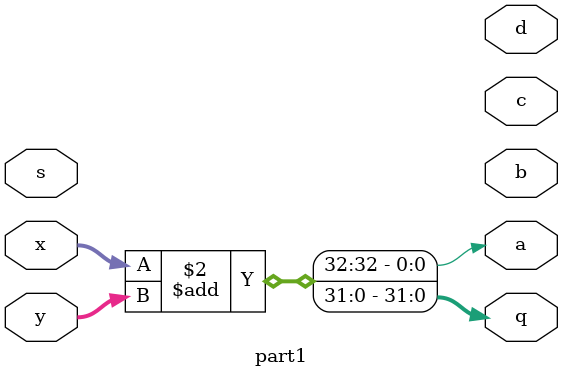
<source format=v>
module part1(q, s, x, y, a, b, c, d);
	input [31:0] x, y;
	input s;
	output reg [31:0] q;
	output reg a, b, c, d;
	
	always @(*)
		begin
			{a, q} <= x + y;
		end
endmodule
</source>
